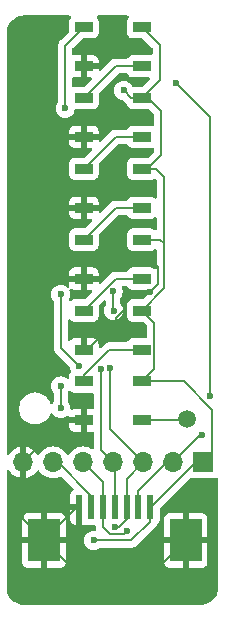
<source format=gbr>
%TF.GenerationSoftware,KiCad,Pcbnew,8.0.2*%
%TF.CreationDate,2025-03-09T15:07:13+01:00*%
%TF.ProjectId,ledPcb,6c656450-6362-42e6-9b69-6361645f7063,rev?*%
%TF.SameCoordinates,Original*%
%TF.FileFunction,Copper,L2,Bot*%
%TF.FilePolarity,Positive*%
%FSLAX46Y46*%
G04 Gerber Fmt 4.6, Leading zero omitted, Abs format (unit mm)*
G04 Created by KiCad (PCBNEW 8.0.2) date 2025-03-09 15:07:13*
%MOMM*%
%LPD*%
G01*
G04 APERTURE LIST*
%TA.AperFunction,ComponentPad*%
%ADD10R,1.700000X1.700000*%
%TD*%
%TA.AperFunction,ComponentPad*%
%ADD11O,1.700000X1.700000*%
%TD*%
%TA.AperFunction,SMDPad,CuDef*%
%ADD12C,1.500000*%
%TD*%
%TA.AperFunction,SMDPad,CuDef*%
%ADD13R,0.610000X2.000000*%
%TD*%
%TA.AperFunction,SMDPad,CuDef*%
%ADD14R,2.680000X3.600000*%
%TD*%
%TA.AperFunction,SMDPad,CuDef*%
%ADD15R,1.500000X0.900000*%
%TD*%
%TA.AperFunction,ViaPad*%
%ADD16C,0.600000*%
%TD*%
%TA.AperFunction,Conductor*%
%ADD17C,0.200000*%
%TD*%
G04 APERTURE END LIST*
D10*
%TO.P,J1,1,Pin_1*%
%TO.N,LED1{slash}VCC*%
X138176000Y-103886000D03*
D11*
%TO.P,J1,2,Pin_2*%
%TO.N,LED2*%
X135636000Y-103886000D03*
%TO.P,J1,3,Pin_3*%
%TO.N,LED3*%
X133096000Y-103886000D03*
%TO.P,J1,4,Pin_4*%
%TO.N,LED4*%
X130556000Y-103886000D03*
%TO.P,J1,5,Pin_5*%
%TO.N,LED5{slash}RX*%
X128016000Y-103886000D03*
%TO.P,J1,6,Pin_6*%
%TO.N,LED6{slash}TX*%
X125476000Y-103886000D03*
%TO.P,J1,7,Pin_7*%
%TO.N,GND*%
X122936000Y-103886000D03*
%TD*%
D12*
%TO.P,J3,1,Pin_1*%
%TO.N,Net-(D12-DOUT)*%
X136779000Y-100203000D03*
%TD*%
D13*
%TO.P,J4,1,1*%
%TO.N,LED1{slash}VCC*%
X133704000Y-107690000D03*
%TO.P,J4,2,2*%
%TO.N,LED2*%
X132704000Y-107690000D03*
%TO.P,J4,3,3*%
%TO.N,LED3*%
X131704000Y-107690000D03*
%TO.P,J4,4,4*%
%TO.N,LED4*%
X130704000Y-107690000D03*
%TO.P,J4,5,5*%
%TO.N,LED5{slash}RX*%
X129704000Y-107690000D03*
%TO.P,J4,6,6*%
%TO.N,LED6{slash}TX*%
X128704000Y-107690000D03*
%TO.P,J4,7,7*%
%TO.N,GND*%
X127704000Y-107690000D03*
D14*
%TO.P,J4,S1,SHIELD*%
X136694000Y-110490000D03*
%TO.P,J4,S2,SHIELD*%
X124714000Y-110490000D03*
%TD*%
D15*
%TO.P,D10,1,VDD*%
%TO.N,LED1{slash}VCC*%
X132969000Y-85028000D03*
%TO.P,D10,2,DOUT*%
%TO.N,Net-(D10-DOUT)*%
X132969000Y-88328000D03*
%TO.P,D10,3,VSS*%
%TO.N,GND*%
X128069000Y-88328000D03*
%TO.P,D10,4,DIN*%
%TO.N,Net-(D10-DIN)*%
X128069000Y-85028000D03*
%TD*%
%TO.P,D11,1,VDD*%
%TO.N,LED1{slash}VCC*%
X132969000Y-91028000D03*
%TO.P,D11,2,DOUT*%
%TO.N,Net-(D11-DOUT)*%
X132969000Y-94328000D03*
%TO.P,D11,3,VSS*%
%TO.N,GND*%
X128069000Y-94328000D03*
%TO.P,D11,4,DIN*%
%TO.N,Net-(D10-DOUT)*%
X128069000Y-91028000D03*
%TD*%
%TO.P,D8,1,VDD*%
%TO.N,LED1{slash}VCC*%
X132969000Y-73028000D03*
%TO.P,D8,2,DOUT*%
%TO.N,Net-(D8-DOUT)*%
X132969000Y-76328000D03*
%TO.P,D8,3,VSS*%
%TO.N,GND*%
X128069000Y-76328000D03*
%TO.P,D8,4,DIN*%
%TO.N,Net-(D7-DOUT)*%
X128069000Y-73028000D03*
%TD*%
%TO.P,D9,1,VDD*%
%TO.N,LED1{slash}VCC*%
X132969000Y-79028000D03*
%TO.P,D9,2,DOUT*%
%TO.N,Net-(D10-DIN)*%
X132969000Y-82328000D03*
%TO.P,D9,3,VSS*%
%TO.N,GND*%
X128069000Y-82328000D03*
%TO.P,D9,4,DIN*%
%TO.N,Net-(D8-DOUT)*%
X128069000Y-79028000D03*
%TD*%
%TO.P,D12,1,VDD*%
%TO.N,LED1{slash}VCC*%
X132969000Y-97028000D03*
%TO.P,D12,2,DOUT*%
%TO.N,Net-(D12-DOUT)*%
X132969000Y-100328000D03*
%TO.P,D12,3,VSS*%
%TO.N,GND*%
X128069000Y-100328000D03*
%TO.P,D12,4,DIN*%
%TO.N,Net-(D11-DOUT)*%
X128069000Y-97028000D03*
%TD*%
%TO.P,D7,1,VDD*%
%TO.N,LED1{slash}VCC*%
X132969000Y-67028000D03*
%TO.P,D7,2,DOUT*%
%TO.N,Net-(D7-DOUT)*%
X132969000Y-70328000D03*
%TO.P,D7,3,VSS*%
%TO.N,GND*%
X128069000Y-70328000D03*
%TO.P,D7,4,DIN*%
%TO.N,LED2*%
X128069000Y-67028000D03*
%TD*%
D16*
%TO.N,GND*%
X128016000Y-86741000D03*
X133672235Y-89476235D03*
X125603000Y-107442000D03*
X136398000Y-107442000D03*
X128397000Y-68453000D03*
X128397000Y-74422000D03*
%TO.N,LED2*%
X126492000Y-73914000D03*
X135890000Y-71755000D03*
X138049000Y-101600000D03*
X138754000Y-98298000D03*
%TO.N,LED1{slash}VCC*%
X128905000Y-110490000D03*
X131445000Y-72390000D03*
%TO.N,LED3*%
X130683000Y-109347000D03*
X130302000Y-95885000D03*
X130556000Y-89408000D03*
X130591002Y-91024000D03*
%TO.N,LED5{slash}RX*%
X126111000Y-97409000D03*
X126111000Y-99314000D03*
X131731000Y-109728000D03*
%TO.N,LED4*%
X127699000Y-95758000D03*
X126111000Y-89662000D03*
X129512882Y-96016520D03*
%TD*%
D17*
%TO.N,GND*%
X128069000Y-86794000D02*
X128016000Y-86741000D01*
X130804529Y-91659000D02*
X130804529Y-91892471D01*
X134366000Y-88782470D02*
X133672235Y-89476235D01*
X124714000Y-108331000D02*
X125603000Y-107442000D01*
X130804529Y-91892471D02*
X128369000Y-94328000D01*
X128069000Y-70328000D02*
X128069000Y-68781000D01*
X124714000Y-110490000D02*
X126619000Y-112395000D01*
X133731000Y-86741000D02*
X134366000Y-87376000D01*
X124714000Y-110490000D02*
X127514000Y-107690000D01*
X124714000Y-110490000D02*
X124714000Y-108331000D01*
X126494000Y-100328000D02*
X122936000Y-103886000D01*
X134789000Y-112395000D02*
X136694000Y-110490000D01*
X128069000Y-74750000D02*
X128397000Y-74422000D01*
X126619000Y-112395000D02*
X134789000Y-112395000D01*
X134366000Y-87376000D02*
X134366000Y-88782470D01*
X127514000Y-107690000D02*
X127704000Y-107690000D01*
X128016000Y-86741000D02*
X133731000Y-86741000D01*
X122936000Y-103886000D02*
X122936000Y-108712000D01*
X131572000Y-90891529D02*
X130804529Y-91659000D01*
X128069000Y-100328000D02*
X126494000Y-100328000D01*
X122936000Y-108712000D02*
X124714000Y-110490000D01*
X132392765Y-89476235D02*
X131572000Y-90297000D01*
X128069000Y-76328000D02*
X128069000Y-74750000D01*
X128069000Y-88328000D02*
X128069000Y-86794000D01*
X133672235Y-89476235D02*
X132392765Y-89476235D01*
X128069000Y-68781000D02*
X128397000Y-68453000D01*
X128369000Y-94328000D02*
X128069000Y-94328000D01*
X131572000Y-90297000D02*
X131572000Y-90891529D01*
%TO.N,LED2*%
X132704000Y-106310000D02*
X135128000Y-103886000D01*
X138754000Y-74619000D02*
X135890000Y-71755000D01*
X126492000Y-68605000D02*
X126492000Y-73914000D01*
X135636000Y-103886000D02*
X137922000Y-101600000D01*
X132704000Y-107690000D02*
X132704000Y-106310000D01*
X138754000Y-98298000D02*
X138754000Y-74619000D01*
X135128000Y-103886000D02*
X135636000Y-103886000D01*
X135636000Y-103886000D02*
X134874000Y-103886000D01*
X128069000Y-67028000D02*
X126492000Y-68605000D01*
X137922000Y-101600000D02*
X138049000Y-101600000D01*
%TO.N,Net-(D7-DOUT)*%
X130769000Y-70328000D02*
X128069000Y-73028000D01*
X132969000Y-70328000D02*
X130769000Y-70328000D01*
%TO.N,LED1{slash}VCC*%
X132969000Y-97028000D02*
X134019000Y-95978000D01*
X133480000Y-73028000D02*
X132969000Y-73028000D01*
X134019000Y-95978000D02*
X134019000Y-92078000D01*
X134019000Y-92078000D02*
X132969000Y-91028000D01*
X132969000Y-79028000D02*
X133443000Y-79028000D01*
X132969000Y-85028000D02*
X134558000Y-85028000D01*
X134874000Y-79756000D02*
X134874000Y-85471000D01*
X134493000Y-68552000D02*
X134493000Y-71504000D01*
X134620000Y-74168000D02*
X133480000Y-73028000D01*
X132969000Y-97028000D02*
X132969000Y-97228000D01*
X138938000Y-99441000D02*
X138938000Y-103124000D01*
X134874000Y-89123000D02*
X132969000Y-91028000D01*
X132969000Y-67028000D02*
X134493000Y-68552000D01*
X132104000Y-110490000D02*
X128905000Y-110490000D01*
X131445000Y-72390000D02*
X132083000Y-73028000D01*
X132969000Y-79028000D02*
X134146000Y-79028000D01*
X134620000Y-77851000D02*
X134620000Y-74168000D01*
X132969000Y-97028000D02*
X136525000Y-97028000D01*
X133704000Y-107690000D02*
X133737000Y-107690000D01*
X137541000Y-103886000D02*
X138176000Y-103886000D01*
X133443000Y-79028000D02*
X134620000Y-77851000D01*
X136525000Y-97028000D02*
X138938000Y-99441000D01*
X134874000Y-85344000D02*
X134874000Y-85471000D01*
X134146000Y-79028000D02*
X134874000Y-79756000D01*
X133704000Y-107690000D02*
X133704000Y-108890000D01*
X134874000Y-85471000D02*
X134874000Y-89123000D01*
X132083000Y-73028000D02*
X132969000Y-73028000D01*
X138938000Y-103124000D02*
X138176000Y-103886000D01*
X138176000Y-103886000D02*
X137922000Y-103886000D01*
X133737000Y-107690000D02*
X137541000Y-103886000D01*
X134558000Y-85028000D02*
X134874000Y-85344000D01*
X134493000Y-71504000D02*
X132969000Y-73028000D01*
X133704000Y-108890000D02*
X132104000Y-110490000D01*
%TO.N,Net-(D8-DOUT)*%
X132969000Y-76328000D02*
X130769000Y-76328000D01*
X130769000Y-76328000D02*
X128069000Y-79028000D01*
%TO.N,Net-(D10-DIN)*%
X132969000Y-82328000D02*
X130769000Y-82328000D01*
X130769000Y-82328000D02*
X128069000Y-85028000D01*
%TO.N,Net-(D10-DOUT)*%
X130769000Y-88328000D02*
X128069000Y-91028000D01*
X132969000Y-88328000D02*
X130769000Y-88328000D01*
%TO.N,Net-(D11-DOUT)*%
X128069000Y-96467000D02*
X128069000Y-97028000D01*
X130208000Y-94328000D02*
X128069000Y-96467000D01*
X132969000Y-94328000D02*
X130208000Y-94328000D01*
%TO.N,Net-(D12-DOUT)*%
X132969000Y-100328000D02*
X136654000Y-100328000D01*
X136654000Y-100328000D02*
X136779000Y-100203000D01*
%TO.N,LED6{slash}TX*%
X128704000Y-106733000D02*
X125857000Y-103886000D01*
X128704000Y-107690000D02*
X128704000Y-106733000D01*
X125857000Y-103886000D02*
X125476000Y-103886000D01*
%TO.N,LED3*%
X130556000Y-90988998D02*
X130591002Y-91024000D01*
X131704000Y-108707000D02*
X131704000Y-107690000D01*
X130683000Y-109347000D02*
X131064000Y-109347000D01*
X131704000Y-105278000D02*
X133096000Y-103886000D01*
X131064000Y-109347000D02*
X131704000Y-108707000D01*
X130556000Y-89408000D02*
X130556000Y-90988998D01*
X130302000Y-95885000D02*
X130302000Y-101092000D01*
X131704000Y-107690000D02*
X131704000Y-105278000D01*
X130302000Y-101092000D02*
X133096000Y-103886000D01*
%TO.N,LED5{slash}RX*%
X131477000Y-109982000D02*
X131731000Y-109728000D01*
X130302000Y-109982000D02*
X131477000Y-109982000D01*
X126111000Y-99314000D02*
X126111000Y-97409000D01*
X129704000Y-105574000D02*
X128016000Y-103886000D01*
X129704000Y-107690000D02*
X129704000Y-109384000D01*
X129704000Y-107690000D02*
X129704000Y-105574000D01*
X129704000Y-109384000D02*
X130302000Y-109982000D01*
%TO.N,LED4*%
X129540000Y-102870000D02*
X130556000Y-103886000D01*
X126111000Y-94170000D02*
X126111000Y-89662000D01*
X129512882Y-96016520D02*
X129540000Y-96043638D01*
X130556000Y-107542000D02*
X130704000Y-107690000D01*
X130704000Y-104034000D02*
X130556000Y-103886000D01*
X130704000Y-107690000D02*
X130704000Y-104034000D01*
X127699000Y-95758000D02*
X126111000Y-94170000D01*
X129540000Y-96043638D02*
X129540000Y-102870000D01*
%TD*%
%TA.AperFunction,Conductor*%
%TO.N,GND*%
G36*
X123186000Y-105216633D02*
G01*
X123399483Y-105159433D01*
X123399492Y-105159429D01*
X123613578Y-105059600D01*
X123807082Y-104924105D01*
X123974105Y-104757082D01*
X124104119Y-104571405D01*
X124158696Y-104527781D01*
X124228195Y-104520588D01*
X124290549Y-104552110D01*
X124307269Y-104571405D01*
X124437505Y-104757401D01*
X124604599Y-104924495D01*
X124701384Y-104992265D01*
X124798165Y-105060032D01*
X124798167Y-105060033D01*
X124798170Y-105060035D01*
X125012337Y-105159903D01*
X125240592Y-105221063D01*
X125417034Y-105236500D01*
X125475999Y-105241659D01*
X125476000Y-105241659D01*
X125476001Y-105241659D01*
X125534966Y-105236500D01*
X125711408Y-105221063D01*
X125939663Y-105159903D01*
X126094215Y-105087833D01*
X126163291Y-105077342D01*
X126227075Y-105105862D01*
X126234300Y-105112535D01*
X127176676Y-106054911D01*
X127210161Y-106116234D01*
X127205177Y-106185926D01*
X127163307Y-106241858D01*
X127041809Y-106332812D01*
X126955649Y-106447906D01*
X126955645Y-106447913D01*
X126905403Y-106582620D01*
X126905401Y-106582627D01*
X126899000Y-106642155D01*
X126899000Y-107440000D01*
X127774500Y-107440000D01*
X127841539Y-107459685D01*
X127887294Y-107512489D01*
X127898500Y-107564000D01*
X127898500Y-108737870D01*
X127898501Y-108737876D01*
X127904908Y-108797483D01*
X127946182Y-108908141D01*
X127954000Y-108951474D01*
X127954000Y-109190000D01*
X128056828Y-109190000D01*
X128056844Y-109189999D01*
X128116372Y-109183598D01*
X128116375Y-109183597D01*
X128159949Y-109167345D01*
X128229640Y-109162359D01*
X128246611Y-109167342D01*
X128291517Y-109184091D01*
X128351127Y-109190500D01*
X128979499Y-109190499D01*
X129046538Y-109210183D01*
X129092293Y-109262987D01*
X129103499Y-109314499D01*
X129103499Y-109463054D01*
X129103498Y-109463054D01*
X129103499Y-109463057D01*
X129123770Y-109538711D01*
X129122108Y-109608560D01*
X129082946Y-109666423D01*
X129018717Y-109693927D01*
X128990113Y-109694024D01*
X128905004Y-109684435D01*
X128904996Y-109684435D01*
X128725750Y-109704630D01*
X128725745Y-109704631D01*
X128555476Y-109764211D01*
X128402737Y-109860184D01*
X128275184Y-109987737D01*
X128179211Y-110140476D01*
X128119631Y-110310745D01*
X128119630Y-110310750D01*
X128099435Y-110489996D01*
X128099435Y-110490003D01*
X128119630Y-110669249D01*
X128119631Y-110669254D01*
X128179211Y-110839523D01*
X128275184Y-110992262D01*
X128402738Y-111119816D01*
X128555478Y-111215789D01*
X128725745Y-111275368D01*
X128725750Y-111275369D01*
X128904996Y-111295565D01*
X128905000Y-111295565D01*
X128905004Y-111295565D01*
X129084249Y-111275369D01*
X129084252Y-111275368D01*
X129084255Y-111275368D01*
X129254522Y-111215789D01*
X129407262Y-111119816D01*
X129407267Y-111119810D01*
X129410097Y-111117555D01*
X129412275Y-111116665D01*
X129413158Y-111116111D01*
X129413255Y-111116265D01*
X129474783Y-111091145D01*
X129487412Y-111090500D01*
X132017331Y-111090500D01*
X132017347Y-111090501D01*
X132024943Y-111090501D01*
X132183054Y-111090501D01*
X132183057Y-111090501D01*
X132335785Y-111049577D01*
X132385904Y-111020639D01*
X132472716Y-110970520D01*
X132584520Y-110858716D01*
X132584520Y-110858714D01*
X132594728Y-110848507D01*
X132594729Y-110848504D01*
X134184520Y-109258716D01*
X134247968Y-109148817D01*
X134281042Y-109111552D01*
X134366546Y-109047546D01*
X134452796Y-108932331D01*
X134503091Y-108797483D01*
X134509500Y-108737873D01*
X134509500Y-108642155D01*
X134854000Y-108642155D01*
X134854000Y-110240000D01*
X136444000Y-110240000D01*
X136944000Y-110240000D01*
X138534000Y-110240000D01*
X138534000Y-108642172D01*
X138533999Y-108642155D01*
X138527598Y-108582627D01*
X138527596Y-108582620D01*
X138477354Y-108447913D01*
X138477350Y-108447906D01*
X138391190Y-108332812D01*
X138391187Y-108332809D01*
X138276093Y-108246649D01*
X138276086Y-108246645D01*
X138141379Y-108196403D01*
X138141372Y-108196401D01*
X138081844Y-108190000D01*
X136944000Y-108190000D01*
X136944000Y-110240000D01*
X136444000Y-110240000D01*
X136444000Y-108190000D01*
X135306155Y-108190000D01*
X135246627Y-108196401D01*
X135246620Y-108196403D01*
X135111913Y-108246645D01*
X135111906Y-108246649D01*
X134996812Y-108332809D01*
X134996809Y-108332812D01*
X134910649Y-108447906D01*
X134910645Y-108447913D01*
X134860403Y-108582620D01*
X134860401Y-108582627D01*
X134854000Y-108642155D01*
X134509500Y-108642155D01*
X134509499Y-107818095D01*
X134529183Y-107751057D01*
X134545813Y-107730420D01*
X137036621Y-105239612D01*
X137097942Y-105206129D01*
X137167633Y-105211113D01*
X137218517Y-105230091D01*
X137218516Y-105230091D01*
X137221242Y-105230384D01*
X137278127Y-105236500D01*
X139073872Y-105236499D01*
X139133483Y-105230091D01*
X139268331Y-105179796D01*
X139268333Y-105179794D01*
X139270070Y-105178847D01*
X139272005Y-105178425D01*
X139276641Y-105176697D01*
X139276889Y-105177363D01*
X139338342Y-105163993D01*
X139403807Y-105188407D01*
X139445680Y-105244340D01*
X139453500Y-105287677D01*
X139453500Y-114438572D01*
X139453184Y-114447419D01*
X139438869Y-114647557D01*
X139436351Y-114665068D01*
X139394646Y-114856787D01*
X139389662Y-114873763D01*
X139321090Y-115057609D01*
X139313740Y-115073701D01*
X139219711Y-115245904D01*
X139210146Y-115260789D01*
X139092558Y-115417867D01*
X139080972Y-115431237D01*
X138942237Y-115569972D01*
X138928867Y-115581558D01*
X138771789Y-115699146D01*
X138756904Y-115708711D01*
X138584701Y-115802740D01*
X138568609Y-115810090D01*
X138384763Y-115878662D01*
X138367787Y-115883646D01*
X138176068Y-115925351D01*
X138158557Y-115927869D01*
X137977779Y-115940799D01*
X137958417Y-115942184D01*
X137949572Y-115942500D01*
X137880717Y-115942500D01*
X137879506Y-115942579D01*
X123035489Y-115958494D01*
X123026510Y-115958178D01*
X122826443Y-115943869D01*
X122808931Y-115941351D01*
X122617212Y-115899646D01*
X122600236Y-115894662D01*
X122416390Y-115826090D01*
X122400298Y-115818740D01*
X122228095Y-115724711D01*
X122213210Y-115715146D01*
X122198935Y-115704460D01*
X122056132Y-115597558D01*
X122042762Y-115585972D01*
X121904027Y-115447237D01*
X121892441Y-115433867D01*
X121885776Y-115424964D01*
X121774849Y-115276784D01*
X121765288Y-115261904D01*
X121671259Y-115089701D01*
X121663909Y-115073609D01*
X121597123Y-114894551D01*
X121595334Y-114889755D01*
X121590355Y-114872797D01*
X121548647Y-114681063D01*
X121546130Y-114663556D01*
X121545618Y-114656401D01*
X121531816Y-114463418D01*
X121531500Y-114454572D01*
X121531500Y-112337844D01*
X122874000Y-112337844D01*
X122880401Y-112397372D01*
X122880403Y-112397379D01*
X122930645Y-112532086D01*
X122930649Y-112532093D01*
X123016809Y-112647187D01*
X123016812Y-112647190D01*
X123131906Y-112733350D01*
X123131913Y-112733354D01*
X123266620Y-112783596D01*
X123266627Y-112783598D01*
X123326155Y-112789999D01*
X123326172Y-112790000D01*
X124464000Y-112790000D01*
X124964000Y-112790000D01*
X126101828Y-112790000D01*
X126101844Y-112789999D01*
X126161372Y-112783598D01*
X126161379Y-112783596D01*
X126296086Y-112733354D01*
X126296093Y-112733350D01*
X126411187Y-112647190D01*
X126411190Y-112647187D01*
X126497350Y-112532093D01*
X126497354Y-112532086D01*
X126547596Y-112397379D01*
X126547598Y-112397372D01*
X126553999Y-112337844D01*
X134854000Y-112337844D01*
X134860401Y-112397372D01*
X134860403Y-112397379D01*
X134910645Y-112532086D01*
X134910649Y-112532093D01*
X134996809Y-112647187D01*
X134996812Y-112647190D01*
X135111906Y-112733350D01*
X135111913Y-112733354D01*
X135246620Y-112783596D01*
X135246627Y-112783598D01*
X135306155Y-112789999D01*
X135306172Y-112790000D01*
X136444000Y-112790000D01*
X136944000Y-112790000D01*
X138081828Y-112790000D01*
X138081844Y-112789999D01*
X138141372Y-112783598D01*
X138141379Y-112783596D01*
X138276086Y-112733354D01*
X138276093Y-112733350D01*
X138391187Y-112647190D01*
X138391190Y-112647187D01*
X138477350Y-112532093D01*
X138477354Y-112532086D01*
X138527596Y-112397379D01*
X138527598Y-112397372D01*
X138533999Y-112337844D01*
X138534000Y-112337827D01*
X138534000Y-110740000D01*
X136944000Y-110740000D01*
X136944000Y-112790000D01*
X136444000Y-112790000D01*
X136444000Y-110740000D01*
X134854000Y-110740000D01*
X134854000Y-112337844D01*
X126553999Y-112337844D01*
X126554000Y-112337827D01*
X126554000Y-110740000D01*
X124964000Y-110740000D01*
X124964000Y-112790000D01*
X124464000Y-112790000D01*
X124464000Y-110740000D01*
X122874000Y-110740000D01*
X122874000Y-112337844D01*
X121531500Y-112337844D01*
X121531500Y-108642155D01*
X122874000Y-108642155D01*
X122874000Y-110240000D01*
X124464000Y-110240000D01*
X124964000Y-110240000D01*
X126554000Y-110240000D01*
X126554000Y-108737844D01*
X126899000Y-108737844D01*
X126905401Y-108797372D01*
X126905403Y-108797379D01*
X126955645Y-108932086D01*
X126955649Y-108932093D01*
X127041809Y-109047187D01*
X127041812Y-109047190D01*
X127156906Y-109133350D01*
X127156913Y-109133354D01*
X127291620Y-109183596D01*
X127291627Y-109183598D01*
X127351155Y-109189999D01*
X127351172Y-109190000D01*
X127454000Y-109190000D01*
X127454000Y-107940000D01*
X126899000Y-107940000D01*
X126899000Y-108737844D01*
X126554000Y-108737844D01*
X126554000Y-108642172D01*
X126553999Y-108642155D01*
X126547598Y-108582627D01*
X126547596Y-108582620D01*
X126497354Y-108447913D01*
X126497350Y-108447906D01*
X126411190Y-108332812D01*
X126411187Y-108332809D01*
X126296093Y-108246649D01*
X126296086Y-108246645D01*
X126161379Y-108196403D01*
X126161372Y-108196401D01*
X126101844Y-108190000D01*
X124964000Y-108190000D01*
X124964000Y-110240000D01*
X124464000Y-110240000D01*
X124464000Y-108190000D01*
X123326155Y-108190000D01*
X123266627Y-108196401D01*
X123266620Y-108196403D01*
X123131913Y-108246645D01*
X123131906Y-108246649D01*
X123016812Y-108332809D01*
X123016809Y-108332812D01*
X122930649Y-108447906D01*
X122930645Y-108447913D01*
X122880403Y-108582620D01*
X122880401Y-108582627D01*
X122874000Y-108642155D01*
X121531500Y-108642155D01*
X121531500Y-104626422D01*
X121551185Y-104559383D01*
X121603989Y-104513628D01*
X121673147Y-104503684D01*
X121736703Y-104532709D01*
X121758808Y-104559484D01*
X121759295Y-104559144D01*
X121897894Y-104757082D01*
X122064917Y-104924105D01*
X122258421Y-105059600D01*
X122472507Y-105159429D01*
X122472516Y-105159433D01*
X122686000Y-105216634D01*
X122686000Y-104319012D01*
X122743007Y-104351925D01*
X122870174Y-104386000D01*
X123001826Y-104386000D01*
X123128993Y-104351925D01*
X123186000Y-104319012D01*
X123186000Y-105216633D01*
G37*
%TD.AperFunction*%
%TA.AperFunction,Conductor*%
G36*
X126851504Y-66036595D02*
G01*
X126918519Y-66056351D01*
X126964218Y-66109204D01*
X126974087Y-66178374D01*
X126950635Y-66234906D01*
X126875204Y-66335668D01*
X126875202Y-66335671D01*
X126824908Y-66470517D01*
X126821321Y-66503887D01*
X126818501Y-66530123D01*
X126818500Y-66530135D01*
X126818500Y-67377901D01*
X126798815Y-67444940D01*
X126782181Y-67465582D01*
X126123286Y-68124478D01*
X126011482Y-68236281D01*
X126011480Y-68236283D01*
X126002323Y-68252144D01*
X125995619Y-68263757D01*
X125932423Y-68373215D01*
X125891499Y-68525943D01*
X125891499Y-68525945D01*
X125891499Y-68694046D01*
X125891500Y-68694059D01*
X125891500Y-73331587D01*
X125871815Y-73398626D01*
X125864450Y-73408896D01*
X125862186Y-73411734D01*
X125766211Y-73564476D01*
X125706631Y-73734745D01*
X125706630Y-73734750D01*
X125686435Y-73913996D01*
X125686435Y-73914003D01*
X125706630Y-74093249D01*
X125706631Y-74093254D01*
X125766211Y-74263523D01*
X125778554Y-74283166D01*
X125862184Y-74416262D01*
X125989738Y-74543816D01*
X126142478Y-74639789D01*
X126309001Y-74698058D01*
X126312745Y-74699368D01*
X126312750Y-74699369D01*
X126491996Y-74719565D01*
X126492000Y-74719565D01*
X126492004Y-74719565D01*
X126671249Y-74699369D01*
X126671252Y-74699368D01*
X126671255Y-74699368D01*
X126841522Y-74639789D01*
X126994262Y-74543816D01*
X127121816Y-74416262D01*
X127217789Y-74263522D01*
X127277368Y-74093255D01*
X127277890Y-74088617D01*
X127304955Y-74024205D01*
X127362549Y-73984648D01*
X127401111Y-73978499D01*
X128866871Y-73978499D01*
X128866872Y-73978499D01*
X128926483Y-73972091D01*
X129061331Y-73921796D01*
X129176546Y-73835546D01*
X129262796Y-73720331D01*
X129313091Y-73585483D01*
X129319500Y-73525873D01*
X129319499Y-72678096D01*
X129339183Y-72611058D01*
X129355813Y-72590421D01*
X130981417Y-70964819D01*
X131042740Y-70931334D01*
X131069098Y-70928500D01*
X131654859Y-70928500D01*
X131721898Y-70948185D01*
X131767653Y-71000989D01*
X131771030Y-71009140D01*
X131775204Y-71020331D01*
X131775205Y-71020332D01*
X131775206Y-71020335D01*
X131861452Y-71135544D01*
X131861455Y-71135547D01*
X131976664Y-71221793D01*
X131976671Y-71221797D01*
X132111517Y-71272091D01*
X132111516Y-71272091D01*
X132118444Y-71272835D01*
X132171127Y-71278500D01*
X133569903Y-71278499D01*
X133636942Y-71298184D01*
X133682697Y-71350987D01*
X133692641Y-71420146D01*
X133663616Y-71483702D01*
X133657584Y-71490180D01*
X133106583Y-72041181D01*
X133045260Y-72074666D01*
X133018902Y-72077500D01*
X132262584Y-72077500D01*
X132195545Y-72057815D01*
X132157590Y-72019472D01*
X132119378Y-71958658D01*
X132074816Y-71887738D01*
X131947262Y-71760184D01*
X131939012Y-71755000D01*
X131794523Y-71664211D01*
X131624254Y-71604631D01*
X131624249Y-71604630D01*
X131445004Y-71584435D01*
X131444996Y-71584435D01*
X131265750Y-71604630D01*
X131265745Y-71604631D01*
X131095476Y-71664211D01*
X130942737Y-71760184D01*
X130815184Y-71887737D01*
X130719211Y-72040476D01*
X130659631Y-72210745D01*
X130659630Y-72210750D01*
X130639435Y-72389996D01*
X130639435Y-72390003D01*
X130659630Y-72569249D01*
X130659631Y-72569254D01*
X130719211Y-72739523D01*
X130799249Y-72866902D01*
X130815184Y-72892262D01*
X130942738Y-73019816D01*
X131095478Y-73115789D01*
X131265745Y-73175368D01*
X131352669Y-73185161D01*
X131417080Y-73212226D01*
X131426465Y-73220700D01*
X131598139Y-73392374D01*
X131598160Y-73392397D01*
X131685985Y-73480222D01*
X131719470Y-73541545D01*
X131721594Y-73554648D01*
X131724909Y-73585483D01*
X131775202Y-73720328D01*
X131775206Y-73720335D01*
X131861452Y-73835544D01*
X131861455Y-73835547D01*
X131976664Y-73921793D01*
X131976671Y-73921797D01*
X132111517Y-73972091D01*
X132111516Y-73972091D01*
X132118444Y-73972835D01*
X132171127Y-73978500D01*
X133529902Y-73978499D01*
X133596941Y-73998184D01*
X133617583Y-74014818D01*
X133983181Y-74380416D01*
X134016666Y-74441739D01*
X134019500Y-74468097D01*
X134019500Y-75277306D01*
X133999815Y-75344345D01*
X133947011Y-75390100D01*
X133877853Y-75400044D01*
X133852168Y-75393488D01*
X133826485Y-75383909D01*
X133826483Y-75383908D01*
X133766883Y-75377501D01*
X133766881Y-75377500D01*
X133766873Y-75377500D01*
X133766864Y-75377500D01*
X132171129Y-75377500D01*
X132171123Y-75377501D01*
X132111516Y-75383908D01*
X131976671Y-75434202D01*
X131976664Y-75434206D01*
X131861455Y-75520452D01*
X131861452Y-75520455D01*
X131775206Y-75635664D01*
X131775204Y-75635668D01*
X131775204Y-75635669D01*
X131771039Y-75646834D01*
X131729171Y-75702766D01*
X131663707Y-75727184D01*
X131654859Y-75727500D01*
X130855670Y-75727500D01*
X130855654Y-75727499D01*
X130848058Y-75727499D01*
X130689943Y-75727499D01*
X130613579Y-75747961D01*
X130537214Y-75768423D01*
X130537209Y-75768426D01*
X130400290Y-75847475D01*
X130400282Y-75847481D01*
X129530681Y-76717082D01*
X129469358Y-76750567D01*
X129399666Y-76745583D01*
X129343733Y-76703711D01*
X129319316Y-76638247D01*
X129319000Y-76629401D01*
X129319000Y-76578000D01*
X128319000Y-76578000D01*
X128319000Y-77278000D01*
X128670401Y-77278000D01*
X128737440Y-77297685D01*
X128783195Y-77350489D01*
X128793139Y-77419647D01*
X128764114Y-77483203D01*
X128758082Y-77489681D01*
X128206582Y-78041181D01*
X128145259Y-78074666D01*
X128118901Y-78077500D01*
X127271129Y-78077500D01*
X127271123Y-78077501D01*
X127211516Y-78083908D01*
X127076671Y-78134202D01*
X127076664Y-78134206D01*
X126961455Y-78220452D01*
X126961452Y-78220455D01*
X126875206Y-78335664D01*
X126875202Y-78335671D01*
X126824908Y-78470517D01*
X126818501Y-78530116D01*
X126818500Y-78530135D01*
X126818500Y-79525870D01*
X126818501Y-79525876D01*
X126824908Y-79585483D01*
X126875202Y-79720328D01*
X126875206Y-79720335D01*
X126961452Y-79835544D01*
X126961455Y-79835547D01*
X127076664Y-79921793D01*
X127076671Y-79921797D01*
X127211517Y-79972091D01*
X127211516Y-79972091D01*
X127218444Y-79972835D01*
X127271127Y-79978500D01*
X128866872Y-79978499D01*
X128926483Y-79972091D01*
X129061331Y-79921796D01*
X129176546Y-79835546D01*
X129262796Y-79720331D01*
X129313091Y-79585483D01*
X129319500Y-79525873D01*
X129319499Y-78678096D01*
X129339183Y-78611058D01*
X129355813Y-78590421D01*
X130981417Y-76964819D01*
X131042740Y-76931334D01*
X131069098Y-76928500D01*
X131654859Y-76928500D01*
X131721898Y-76948185D01*
X131767653Y-77000989D01*
X131771030Y-77009140D01*
X131775204Y-77020331D01*
X131775205Y-77020332D01*
X131775206Y-77020335D01*
X131861452Y-77135544D01*
X131861455Y-77135547D01*
X131976664Y-77221793D01*
X131976671Y-77221797D01*
X132111517Y-77272091D01*
X132111516Y-77272091D01*
X132118444Y-77272835D01*
X132171127Y-77278500D01*
X133766872Y-77278499D01*
X133826483Y-77272091D01*
X133852165Y-77262511D01*
X133921856Y-77257526D01*
X133983180Y-77291010D01*
X134016666Y-77352333D01*
X134019500Y-77378693D01*
X134019500Y-77550902D01*
X133999815Y-77617941D01*
X133983181Y-77638583D01*
X133580583Y-78041181D01*
X133519260Y-78074666D01*
X133492902Y-78077500D01*
X132171129Y-78077500D01*
X132171123Y-78077501D01*
X132111516Y-78083908D01*
X131976671Y-78134202D01*
X131976664Y-78134206D01*
X131861455Y-78220452D01*
X131861452Y-78220455D01*
X131775206Y-78335664D01*
X131775202Y-78335671D01*
X131724908Y-78470517D01*
X131718501Y-78530116D01*
X131718500Y-78530135D01*
X131718500Y-79525870D01*
X131718501Y-79525876D01*
X131724908Y-79585483D01*
X131775202Y-79720328D01*
X131775206Y-79720335D01*
X131861452Y-79835544D01*
X131861455Y-79835547D01*
X131976664Y-79921793D01*
X131976671Y-79921797D01*
X132111517Y-79972091D01*
X132111516Y-79972091D01*
X132118444Y-79972835D01*
X132171127Y-79978500D01*
X133766872Y-79978499D01*
X133826483Y-79972091D01*
X133961331Y-79921796D01*
X134006408Y-79888050D01*
X134071872Y-79863633D01*
X134140145Y-79878484D01*
X134168401Y-79899636D01*
X134237181Y-79968416D01*
X134270666Y-80029739D01*
X134273500Y-80056097D01*
X134273500Y-81420171D01*
X134253815Y-81487210D01*
X134201011Y-81532965D01*
X134131853Y-81542909D01*
X134075189Y-81519438D01*
X134032138Y-81487210D01*
X133961331Y-81434204D01*
X133961329Y-81434203D01*
X133961328Y-81434202D01*
X133826482Y-81383908D01*
X133826483Y-81383908D01*
X133766883Y-81377501D01*
X133766881Y-81377500D01*
X133766873Y-81377500D01*
X133766864Y-81377500D01*
X132171129Y-81377500D01*
X132171123Y-81377501D01*
X132111516Y-81383908D01*
X131976671Y-81434202D01*
X131976664Y-81434206D01*
X131861455Y-81520452D01*
X131861452Y-81520455D01*
X131775206Y-81635664D01*
X131775204Y-81635668D01*
X131775204Y-81635669D01*
X131771039Y-81646834D01*
X131729171Y-81702766D01*
X131663707Y-81727184D01*
X131654859Y-81727500D01*
X130855670Y-81727500D01*
X130855654Y-81727499D01*
X130848058Y-81727499D01*
X130689943Y-81727499D01*
X130613579Y-81747961D01*
X130537214Y-81768423D01*
X130537209Y-81768426D01*
X130400290Y-81847475D01*
X130400282Y-81847481D01*
X129530681Y-82717082D01*
X129469358Y-82750567D01*
X129399666Y-82745583D01*
X129343733Y-82703711D01*
X129319316Y-82638247D01*
X129319000Y-82629401D01*
X129319000Y-82578000D01*
X128319000Y-82578000D01*
X128319000Y-83278000D01*
X128670401Y-83278000D01*
X128737440Y-83297685D01*
X128783195Y-83350489D01*
X128793139Y-83419647D01*
X128764114Y-83483203D01*
X128758082Y-83489681D01*
X128206582Y-84041181D01*
X128145259Y-84074666D01*
X128118901Y-84077500D01*
X127271129Y-84077500D01*
X127271123Y-84077501D01*
X127211516Y-84083908D01*
X127076671Y-84134202D01*
X127076664Y-84134206D01*
X126961455Y-84220452D01*
X126961452Y-84220455D01*
X126875206Y-84335664D01*
X126875202Y-84335671D01*
X126824908Y-84470517D01*
X126818501Y-84530116D01*
X126818500Y-84530135D01*
X126818500Y-85525870D01*
X126818501Y-85525876D01*
X126824908Y-85585483D01*
X126875202Y-85720328D01*
X126875206Y-85720335D01*
X126961452Y-85835544D01*
X126961455Y-85835547D01*
X127076664Y-85921793D01*
X127076671Y-85921797D01*
X127211517Y-85972091D01*
X127211516Y-85972091D01*
X127218444Y-85972835D01*
X127271127Y-85978500D01*
X128866872Y-85978499D01*
X128926483Y-85972091D01*
X129061331Y-85921796D01*
X129176546Y-85835546D01*
X129262796Y-85720331D01*
X129313091Y-85585483D01*
X129319500Y-85525873D01*
X129319499Y-84678096D01*
X129339183Y-84611058D01*
X129355813Y-84590421D01*
X130981417Y-82964819D01*
X131042740Y-82931334D01*
X131069098Y-82928500D01*
X131654859Y-82928500D01*
X131721898Y-82948185D01*
X131767653Y-83000989D01*
X131771030Y-83009140D01*
X131775204Y-83020331D01*
X131775205Y-83020332D01*
X131775206Y-83020335D01*
X131861452Y-83135544D01*
X131861455Y-83135547D01*
X131976664Y-83221793D01*
X131976671Y-83221797D01*
X132111517Y-83272091D01*
X132111516Y-83272091D01*
X132118444Y-83272835D01*
X132171127Y-83278500D01*
X133766872Y-83278499D01*
X133826483Y-83272091D01*
X133961331Y-83221796D01*
X134075189Y-83136562D01*
X134140653Y-83112144D01*
X134208926Y-83126995D01*
X134258332Y-83176400D01*
X134273500Y-83235828D01*
X134273500Y-84120171D01*
X134253815Y-84187210D01*
X134201011Y-84232965D01*
X134131853Y-84242909D01*
X134075189Y-84219438D01*
X134032138Y-84187210D01*
X133961331Y-84134204D01*
X133961329Y-84134203D01*
X133961328Y-84134202D01*
X133826482Y-84083908D01*
X133826483Y-84083908D01*
X133766883Y-84077501D01*
X133766881Y-84077500D01*
X133766873Y-84077500D01*
X133766864Y-84077500D01*
X132171129Y-84077500D01*
X132171123Y-84077501D01*
X132111516Y-84083908D01*
X131976671Y-84134202D01*
X131976664Y-84134206D01*
X131861455Y-84220452D01*
X131861452Y-84220455D01*
X131775206Y-84335664D01*
X131775202Y-84335671D01*
X131724908Y-84470517D01*
X131718501Y-84530116D01*
X131718500Y-84530135D01*
X131718500Y-85525870D01*
X131718501Y-85525876D01*
X131724908Y-85585483D01*
X131775202Y-85720328D01*
X131775206Y-85720335D01*
X131861452Y-85835544D01*
X131861455Y-85835547D01*
X131976664Y-85921793D01*
X131976671Y-85921797D01*
X132111517Y-85972091D01*
X132111516Y-85972091D01*
X132118444Y-85972835D01*
X132171127Y-85978500D01*
X133766872Y-85978499D01*
X133826483Y-85972091D01*
X133961331Y-85921796D01*
X134075189Y-85836562D01*
X134140653Y-85812144D01*
X134208926Y-85826995D01*
X134258332Y-85876400D01*
X134273500Y-85935828D01*
X134273500Y-87420171D01*
X134253815Y-87487210D01*
X134201011Y-87532965D01*
X134131853Y-87542909D01*
X134075189Y-87519438D01*
X134032138Y-87487210D01*
X133961331Y-87434204D01*
X133961329Y-87434203D01*
X133961328Y-87434202D01*
X133826482Y-87383908D01*
X133826483Y-87383908D01*
X133766883Y-87377501D01*
X133766881Y-87377500D01*
X133766873Y-87377500D01*
X133766864Y-87377500D01*
X132171129Y-87377500D01*
X132171123Y-87377501D01*
X132111516Y-87383908D01*
X131976671Y-87434202D01*
X131976664Y-87434206D01*
X131861455Y-87520452D01*
X131861452Y-87520455D01*
X131775206Y-87635664D01*
X131775204Y-87635668D01*
X131775204Y-87635669D01*
X131771039Y-87646834D01*
X131729171Y-87702766D01*
X131663707Y-87727184D01*
X131654859Y-87727500D01*
X130855670Y-87727500D01*
X130855654Y-87727499D01*
X130848058Y-87727499D01*
X130689943Y-87727499D01*
X130613579Y-87747961D01*
X130537214Y-87768423D01*
X130537209Y-87768426D01*
X130400290Y-87847475D01*
X130400282Y-87847481D01*
X129530681Y-88717082D01*
X129469358Y-88750567D01*
X129399666Y-88745583D01*
X129343733Y-88703711D01*
X129319316Y-88638247D01*
X129319000Y-88629401D01*
X129319000Y-88578000D01*
X128319000Y-88578000D01*
X128319000Y-89278000D01*
X128670401Y-89278000D01*
X128737440Y-89297685D01*
X128783195Y-89350489D01*
X128793139Y-89419647D01*
X128764114Y-89483203D01*
X128758082Y-89489681D01*
X128206582Y-90041181D01*
X128145259Y-90074666D01*
X128118901Y-90077500D01*
X127271129Y-90077500D01*
X127271123Y-90077501D01*
X127211516Y-90083908D01*
X127076671Y-90134202D01*
X127076668Y-90134204D01*
X127012784Y-90182028D01*
X126947319Y-90206445D01*
X126879046Y-90191593D01*
X126829641Y-90142188D01*
X126814789Y-90073915D01*
X126833483Y-90016783D01*
X126836789Y-90011522D01*
X126896368Y-89841255D01*
X126896369Y-89841249D01*
X126916565Y-89662003D01*
X126916565Y-89661996D01*
X126896369Y-89482750D01*
X126896367Y-89482742D01*
X126842757Y-89329532D01*
X126839196Y-89259754D01*
X126873925Y-89199126D01*
X126935918Y-89166899D01*
X127005494Y-89173304D01*
X127034111Y-89189312D01*
X127076910Y-89221352D01*
X127076913Y-89221354D01*
X127211620Y-89271596D01*
X127211627Y-89271598D01*
X127271155Y-89277999D01*
X127271172Y-89278000D01*
X127819000Y-89278000D01*
X127819000Y-88578000D01*
X126819000Y-88578000D01*
X126819000Y-88825844D01*
X126825401Y-88885372D01*
X126825404Y-88885383D01*
X126839719Y-88923765D01*
X126844703Y-88993457D01*
X126811217Y-89054780D01*
X126749893Y-89088264D01*
X126680202Y-89083278D01*
X126635856Y-89054778D01*
X126613262Y-89032184D01*
X126460523Y-88936211D01*
X126290254Y-88876631D01*
X126290249Y-88876630D01*
X126111004Y-88856435D01*
X126110996Y-88856435D01*
X125931750Y-88876630D01*
X125931745Y-88876631D01*
X125761476Y-88936211D01*
X125608737Y-89032184D01*
X125481184Y-89159737D01*
X125385211Y-89312476D01*
X125325631Y-89482745D01*
X125325630Y-89482750D01*
X125305435Y-89661996D01*
X125305435Y-89662003D01*
X125325630Y-89841249D01*
X125325631Y-89841254D01*
X125385211Y-90011523D01*
X125481185Y-90164263D01*
X125483445Y-90167097D01*
X125484334Y-90169275D01*
X125484889Y-90170158D01*
X125484734Y-90170255D01*
X125509855Y-90231783D01*
X125510500Y-90244412D01*
X125510500Y-94083330D01*
X125510499Y-94083348D01*
X125510499Y-94249054D01*
X125510498Y-94249054D01*
X125551423Y-94401786D01*
X125554461Y-94407046D01*
X125554464Y-94407058D01*
X125554467Y-94407057D01*
X125630477Y-94538712D01*
X125630481Y-94538717D01*
X125749349Y-94657585D01*
X125749355Y-94657590D01*
X126868298Y-95776533D01*
X126901783Y-95837856D01*
X126903837Y-95850330D01*
X126913630Y-95937249D01*
X126974571Y-96111410D01*
X126978132Y-96181189D01*
X126956796Y-96226674D01*
X126875206Y-96335665D01*
X126875202Y-96335671D01*
X126824908Y-96470517D01*
X126818501Y-96530116D01*
X126818500Y-96530135D01*
X126818500Y-96685367D01*
X126798815Y-96752406D01*
X126746011Y-96798161D01*
X126676853Y-96808105D01*
X126617189Y-96782316D01*
X126613264Y-96779186D01*
X126613262Y-96779184D01*
X126568961Y-96751348D01*
X126460523Y-96683211D01*
X126290254Y-96623631D01*
X126290249Y-96623630D01*
X126111004Y-96603435D01*
X126110996Y-96603435D01*
X125931750Y-96623630D01*
X125931745Y-96623631D01*
X125761476Y-96683211D01*
X125608737Y-96779184D01*
X125481184Y-96906737D01*
X125385211Y-97059476D01*
X125325631Y-97229745D01*
X125325630Y-97229750D01*
X125305435Y-97408996D01*
X125305435Y-97409003D01*
X125325630Y-97588249D01*
X125325631Y-97588254D01*
X125385211Y-97758523D01*
X125430269Y-97830232D01*
X125478279Y-97906639D01*
X125481185Y-97911263D01*
X125483445Y-97914097D01*
X125484334Y-97916275D01*
X125484889Y-97917158D01*
X125484734Y-97917255D01*
X125509855Y-97978783D01*
X125510500Y-97991412D01*
X125510500Y-98731587D01*
X125490815Y-98798626D01*
X125483450Y-98808896D01*
X125481184Y-98811737D01*
X125442662Y-98873044D01*
X125390327Y-98919335D01*
X125321274Y-98929982D01*
X125257426Y-98901607D01*
X125219738Y-98845389D01*
X125208804Y-98811738D01*
X125203557Y-98795588D01*
X125107051Y-98606184D01*
X125107049Y-98606181D01*
X125107048Y-98606179D01*
X124982109Y-98434213D01*
X124831786Y-98283890D01*
X124659820Y-98158951D01*
X124470414Y-98062444D01*
X124470413Y-98062443D01*
X124470412Y-98062443D01*
X124268243Y-97996754D01*
X124268241Y-97996753D01*
X124268240Y-97996753D01*
X124106957Y-97971208D01*
X124058287Y-97963500D01*
X123845713Y-97963500D01*
X123797042Y-97971208D01*
X123635760Y-97996753D01*
X123433585Y-98062444D01*
X123244179Y-98158951D01*
X123072213Y-98283890D01*
X122921890Y-98434213D01*
X122796951Y-98606179D01*
X122700444Y-98795585D01*
X122634753Y-98997760D01*
X122601500Y-99207713D01*
X122601500Y-99420286D01*
X122626061Y-99575362D01*
X122634754Y-99630243D01*
X122699703Y-99830135D01*
X122700444Y-99832414D01*
X122796951Y-100021820D01*
X122921890Y-100193786D01*
X123072213Y-100344109D01*
X123244179Y-100469048D01*
X123244181Y-100469049D01*
X123244184Y-100469051D01*
X123433588Y-100565557D01*
X123635757Y-100631246D01*
X123845713Y-100664500D01*
X123845714Y-100664500D01*
X124058286Y-100664500D01*
X124058287Y-100664500D01*
X124268243Y-100631246D01*
X124470412Y-100565557D01*
X124659816Y-100469051D01*
X124725985Y-100420977D01*
X124831786Y-100344109D01*
X124831788Y-100344106D01*
X124831792Y-100344104D01*
X124982104Y-100193792D01*
X124982106Y-100193788D01*
X124982109Y-100193786D01*
X125107048Y-100021820D01*
X125107047Y-100021820D01*
X125107051Y-100021816D01*
X125203557Y-99832412D01*
X125219738Y-99782609D01*
X125259175Y-99724935D01*
X125323533Y-99697736D01*
X125392380Y-99709650D01*
X125442662Y-99754955D01*
X125481184Y-99816262D01*
X125608738Y-99943816D01*
X125674320Y-99985024D01*
X125732880Y-100021820D01*
X125761478Y-100039789D01*
X125870679Y-100078000D01*
X125931745Y-100099368D01*
X125931750Y-100099369D01*
X126110996Y-100119565D01*
X126111000Y-100119565D01*
X126111004Y-100119565D01*
X126290249Y-100099369D01*
X126290252Y-100099368D01*
X126290255Y-100099368D01*
X126460522Y-100039789D01*
X126613262Y-99943816D01*
X126613268Y-99943809D01*
X126617682Y-99940290D01*
X126682367Y-99913878D01*
X126751063Y-99926630D01*
X126801959Y-99974498D01*
X126819000Y-100037233D01*
X126819000Y-100078000D01*
X127819000Y-100078000D01*
X127819000Y-99378000D01*
X127271155Y-99378000D01*
X127211627Y-99384401D01*
X127211619Y-99384403D01*
X127083898Y-99432040D01*
X127014206Y-99437024D01*
X126952883Y-99403539D01*
X126919399Y-99342215D01*
X126916565Y-99315858D01*
X126916565Y-99313996D01*
X126896369Y-99134750D01*
X126896368Y-99134745D01*
X126889773Y-99115898D01*
X126836789Y-98964478D01*
X126740816Y-98811738D01*
X126740814Y-98811736D01*
X126740813Y-98811734D01*
X126738550Y-98808896D01*
X126737659Y-98806715D01*
X126737111Y-98805842D01*
X126737264Y-98805745D01*
X126712144Y-98744209D01*
X126711500Y-98731587D01*
X126711500Y-97991412D01*
X126731185Y-97924373D01*
X126738555Y-97914097D01*
X126740815Y-97911263D01*
X126740816Y-97911262D01*
X126772446Y-97860922D01*
X126824780Y-97814631D01*
X126893834Y-97803982D01*
X126953991Y-97830717D01*
X126954355Y-97830232D01*
X126956480Y-97831822D01*
X126957682Y-97832357D01*
X126959795Y-97834304D01*
X127076664Y-97921793D01*
X127076671Y-97921797D01*
X127211517Y-97972091D01*
X127211516Y-97972091D01*
X127218444Y-97972835D01*
X127271127Y-97978500D01*
X128815500Y-97978499D01*
X128882539Y-97998184D01*
X128928294Y-98050987D01*
X128939500Y-98102499D01*
X128939500Y-99254000D01*
X128919815Y-99321039D01*
X128867011Y-99366794D01*
X128815500Y-99378000D01*
X128319000Y-99378000D01*
X128319000Y-101278000D01*
X128815500Y-101278000D01*
X128882539Y-101297685D01*
X128928294Y-101350489D01*
X128939500Y-101402000D01*
X128939500Y-102645783D01*
X128919815Y-102712822D01*
X128867011Y-102758577D01*
X128797853Y-102768521D01*
X128744377Y-102747358D01*
X128693834Y-102711967D01*
X128693830Y-102711965D01*
X128693828Y-102711964D01*
X128479663Y-102612097D01*
X128479659Y-102612096D01*
X128479655Y-102612094D01*
X128251413Y-102550938D01*
X128251403Y-102550936D01*
X128016001Y-102530341D01*
X128015999Y-102530341D01*
X127780596Y-102550936D01*
X127780586Y-102550938D01*
X127552344Y-102612094D01*
X127552335Y-102612098D01*
X127338171Y-102711964D01*
X127338169Y-102711965D01*
X127144597Y-102847505D01*
X126977505Y-103014597D01*
X126847575Y-103200158D01*
X126792998Y-103243783D01*
X126723500Y-103250977D01*
X126661145Y-103219454D01*
X126644425Y-103200158D01*
X126514494Y-103014597D01*
X126347402Y-102847506D01*
X126347395Y-102847501D01*
X126153834Y-102711967D01*
X126153830Y-102711965D01*
X126153828Y-102711964D01*
X125939663Y-102612097D01*
X125939659Y-102612096D01*
X125939655Y-102612094D01*
X125711413Y-102550938D01*
X125711403Y-102550936D01*
X125476001Y-102530341D01*
X125475999Y-102530341D01*
X125240596Y-102550936D01*
X125240586Y-102550938D01*
X125012344Y-102612094D01*
X125012335Y-102612098D01*
X124798171Y-102711964D01*
X124798169Y-102711965D01*
X124604597Y-102847505D01*
X124437508Y-103014594D01*
X124307269Y-103200595D01*
X124252692Y-103244219D01*
X124183193Y-103251412D01*
X124120839Y-103219890D01*
X124104119Y-103200594D01*
X123974113Y-103014926D01*
X123974108Y-103014920D01*
X123807082Y-102847894D01*
X123613578Y-102712399D01*
X123399492Y-102612570D01*
X123399486Y-102612567D01*
X123186000Y-102555364D01*
X123186000Y-103452988D01*
X123128993Y-103420075D01*
X123001826Y-103386000D01*
X122870174Y-103386000D01*
X122743007Y-103420075D01*
X122686000Y-103452988D01*
X122686000Y-102555364D01*
X122685999Y-102555364D01*
X122472513Y-102612567D01*
X122472507Y-102612570D01*
X122258422Y-102712399D01*
X122258420Y-102712400D01*
X122064926Y-102847886D01*
X122064920Y-102847891D01*
X121897891Y-103014920D01*
X121897886Y-103014926D01*
X121759295Y-103212856D01*
X121758175Y-103212071D01*
X121712318Y-103255795D01*
X121643711Y-103269016D01*
X121578847Y-103243047D01*
X121538319Y-103186132D01*
X121531500Y-103145578D01*
X121531500Y-100825844D01*
X126819000Y-100825844D01*
X126825401Y-100885372D01*
X126825403Y-100885379D01*
X126875645Y-101020086D01*
X126875649Y-101020093D01*
X126961809Y-101135187D01*
X126961812Y-101135190D01*
X127076906Y-101221350D01*
X127076913Y-101221354D01*
X127211620Y-101271596D01*
X127211627Y-101271598D01*
X127271155Y-101277999D01*
X127271172Y-101278000D01*
X127819000Y-101278000D01*
X127819000Y-100578000D01*
X126819000Y-100578000D01*
X126819000Y-100825844D01*
X121531500Y-100825844D01*
X121531500Y-87830155D01*
X126819000Y-87830155D01*
X126819000Y-88078000D01*
X127819000Y-88078000D01*
X128319000Y-88078000D01*
X129319000Y-88078000D01*
X129319000Y-87830172D01*
X129318999Y-87830155D01*
X129312598Y-87770627D01*
X129312596Y-87770620D01*
X129262354Y-87635913D01*
X129262350Y-87635906D01*
X129176190Y-87520812D01*
X129176187Y-87520809D01*
X129061093Y-87434649D01*
X129061086Y-87434645D01*
X128926379Y-87384403D01*
X128926372Y-87384401D01*
X128866844Y-87378000D01*
X128319000Y-87378000D01*
X128319000Y-88078000D01*
X127819000Y-88078000D01*
X127819000Y-87378000D01*
X127271155Y-87378000D01*
X127211627Y-87384401D01*
X127211620Y-87384403D01*
X127076913Y-87434645D01*
X127076906Y-87434649D01*
X126961812Y-87520809D01*
X126961809Y-87520812D01*
X126875649Y-87635906D01*
X126875645Y-87635913D01*
X126825403Y-87770620D01*
X126825401Y-87770627D01*
X126819000Y-87830155D01*
X121531500Y-87830155D01*
X121531500Y-82825844D01*
X126819000Y-82825844D01*
X126825401Y-82885372D01*
X126825403Y-82885379D01*
X126875645Y-83020086D01*
X126875649Y-83020093D01*
X126961809Y-83135187D01*
X126961812Y-83135190D01*
X127076906Y-83221350D01*
X127076913Y-83221354D01*
X127211620Y-83271596D01*
X127211627Y-83271598D01*
X127271155Y-83277999D01*
X127271172Y-83278000D01*
X127819000Y-83278000D01*
X127819000Y-82578000D01*
X126819000Y-82578000D01*
X126819000Y-82825844D01*
X121531500Y-82825844D01*
X121531500Y-81830155D01*
X126819000Y-81830155D01*
X126819000Y-82078000D01*
X127819000Y-82078000D01*
X128319000Y-82078000D01*
X129319000Y-82078000D01*
X129319000Y-81830172D01*
X129318999Y-81830155D01*
X129312598Y-81770627D01*
X129312596Y-81770620D01*
X129262354Y-81635913D01*
X129262350Y-81635906D01*
X129176190Y-81520812D01*
X129176187Y-81520809D01*
X129061093Y-81434649D01*
X129061086Y-81434645D01*
X128926379Y-81384403D01*
X128926372Y-81384401D01*
X128866844Y-81378000D01*
X128319000Y-81378000D01*
X128319000Y-82078000D01*
X127819000Y-82078000D01*
X127819000Y-81378000D01*
X127271155Y-81378000D01*
X127211627Y-81384401D01*
X127211620Y-81384403D01*
X127076913Y-81434645D01*
X127076906Y-81434649D01*
X126961812Y-81520809D01*
X126961809Y-81520812D01*
X126875649Y-81635906D01*
X126875645Y-81635913D01*
X126825403Y-81770620D01*
X126825401Y-81770627D01*
X126819000Y-81830155D01*
X121531500Y-81830155D01*
X121531500Y-76825844D01*
X126819000Y-76825844D01*
X126825401Y-76885372D01*
X126825403Y-76885379D01*
X126875645Y-77020086D01*
X126875649Y-77020093D01*
X126961809Y-77135187D01*
X126961812Y-77135190D01*
X127076906Y-77221350D01*
X127076913Y-77221354D01*
X127211620Y-77271596D01*
X127211627Y-77271598D01*
X127271155Y-77277999D01*
X127271172Y-77278000D01*
X127819000Y-77278000D01*
X127819000Y-76578000D01*
X126819000Y-76578000D01*
X126819000Y-76825844D01*
X121531500Y-76825844D01*
X121531500Y-75830155D01*
X126819000Y-75830155D01*
X126819000Y-76078000D01*
X127819000Y-76078000D01*
X128319000Y-76078000D01*
X129319000Y-76078000D01*
X129319000Y-75830172D01*
X129318999Y-75830155D01*
X129312598Y-75770627D01*
X129312596Y-75770620D01*
X129262354Y-75635913D01*
X129262350Y-75635906D01*
X129176190Y-75520812D01*
X129176187Y-75520809D01*
X129061093Y-75434649D01*
X129061086Y-75434645D01*
X128926379Y-75384403D01*
X128926372Y-75384401D01*
X128866844Y-75378000D01*
X128319000Y-75378000D01*
X128319000Y-76078000D01*
X127819000Y-76078000D01*
X127819000Y-75378000D01*
X127271155Y-75378000D01*
X127211627Y-75384401D01*
X127211620Y-75384403D01*
X127076913Y-75434645D01*
X127076906Y-75434649D01*
X126961812Y-75520809D01*
X126961809Y-75520812D01*
X126875649Y-75635906D01*
X126875645Y-75635913D01*
X126825403Y-75770620D01*
X126825401Y-75770627D01*
X126819000Y-75830155D01*
X121531500Y-75830155D01*
X121531500Y-67536427D01*
X121531816Y-67527581D01*
X121546130Y-67327436D01*
X121548646Y-67309938D01*
X121590356Y-67118199D01*
X121595333Y-67101248D01*
X121663911Y-66917385D01*
X121671259Y-66901298D01*
X121765291Y-66729089D01*
X121774845Y-66714221D01*
X121892448Y-66557123D01*
X121904020Y-66543769D01*
X122042769Y-66405020D01*
X122056123Y-66393448D01*
X122213221Y-66275845D01*
X122228089Y-66266291D01*
X122400298Y-66172258D01*
X122416385Y-66164911D01*
X122600248Y-66096333D01*
X122617199Y-66091356D01*
X122808938Y-66049646D01*
X122826434Y-66047131D01*
X123026534Y-66032819D01*
X123035466Y-66032504D01*
X126851504Y-66036595D01*
G37*
%TD.AperFunction*%
%TA.AperFunction,Conductor*%
G36*
X131721898Y-88948185D02*
G01*
X131767653Y-89000989D01*
X131771030Y-89009140D01*
X131775204Y-89020331D01*
X131775205Y-89020332D01*
X131775206Y-89020335D01*
X131861452Y-89135544D01*
X131861455Y-89135547D01*
X131976664Y-89221793D01*
X131976671Y-89221797D01*
X132111517Y-89272091D01*
X132111516Y-89272091D01*
X132118444Y-89272835D01*
X132171127Y-89278500D01*
X133569902Y-89278499D01*
X133636941Y-89298184D01*
X133682696Y-89350987D01*
X133692640Y-89420146D01*
X133663615Y-89483702D01*
X133657583Y-89490180D01*
X133106582Y-90041181D01*
X133045259Y-90074666D01*
X133018901Y-90077500D01*
X132171129Y-90077500D01*
X132171123Y-90077501D01*
X132111516Y-90083908D01*
X131976671Y-90134202D01*
X131976664Y-90134206D01*
X131861455Y-90220452D01*
X131861452Y-90220455D01*
X131775206Y-90335664D01*
X131775202Y-90335671D01*
X131724908Y-90470517D01*
X131718501Y-90530116D01*
X131718500Y-90530135D01*
X131718500Y-91525870D01*
X131718501Y-91525876D01*
X131724908Y-91585483D01*
X131775202Y-91720328D01*
X131775206Y-91720335D01*
X131861452Y-91835544D01*
X131861455Y-91835547D01*
X131976664Y-91921793D01*
X131976671Y-91921797D01*
X132111517Y-91972091D01*
X132111516Y-91972091D01*
X132118444Y-91972835D01*
X132171127Y-91978500D01*
X133018902Y-91978499D01*
X133085941Y-91998183D01*
X133106583Y-92014818D01*
X133382181Y-92290416D01*
X133415666Y-92351739D01*
X133418500Y-92378097D01*
X133418500Y-93253500D01*
X133398815Y-93320539D01*
X133346011Y-93366294D01*
X133294500Y-93377500D01*
X132171129Y-93377500D01*
X132171123Y-93377501D01*
X132111516Y-93383908D01*
X131976671Y-93434202D01*
X131976664Y-93434206D01*
X131861455Y-93520452D01*
X131861452Y-93520455D01*
X131775206Y-93635664D01*
X131775204Y-93635668D01*
X131775204Y-93635669D01*
X131771039Y-93646834D01*
X131729171Y-93702766D01*
X131663707Y-93727184D01*
X131654859Y-93727500D01*
X130294670Y-93727500D01*
X130294654Y-93727499D01*
X130287058Y-93727499D01*
X130128943Y-93727499D01*
X130021587Y-93756265D01*
X129976210Y-93768424D01*
X129976209Y-93768425D01*
X129926096Y-93797359D01*
X129926095Y-93797360D01*
X129882689Y-93822420D01*
X129839285Y-93847479D01*
X129839282Y-93847481D01*
X129530681Y-94156083D01*
X129469358Y-94189568D01*
X129399666Y-94184584D01*
X129343733Y-94142712D01*
X129319316Y-94077248D01*
X129319000Y-94068402D01*
X129319000Y-93830172D01*
X129318999Y-93830155D01*
X129312598Y-93770627D01*
X129312596Y-93770620D01*
X129262354Y-93635913D01*
X129262350Y-93635906D01*
X129176190Y-93520812D01*
X129176187Y-93520809D01*
X129061093Y-93434649D01*
X129061086Y-93434645D01*
X128926379Y-93384403D01*
X128926372Y-93384401D01*
X128866844Y-93378000D01*
X128319000Y-93378000D01*
X128319000Y-94454000D01*
X128299315Y-94521039D01*
X128246511Y-94566794D01*
X128195000Y-94578000D01*
X127943000Y-94578000D01*
X127875961Y-94558315D01*
X127830206Y-94505511D01*
X127819000Y-94454000D01*
X127819000Y-93378000D01*
X127271155Y-93378000D01*
X127211627Y-93384401D01*
X127211620Y-93384403D01*
X127076913Y-93434645D01*
X127076906Y-93434649D01*
X126961812Y-93520809D01*
X126934766Y-93556938D01*
X126878832Y-93598809D01*
X126809140Y-93603792D01*
X126747817Y-93570306D01*
X126714333Y-93508982D01*
X126711500Y-93482626D01*
X126711500Y-91874207D01*
X126731185Y-91807168D01*
X126783989Y-91761413D01*
X126853147Y-91751469D01*
X126916703Y-91780494D01*
X126934763Y-91799892D01*
X126961454Y-91835546D01*
X126975706Y-91846215D01*
X127076664Y-91921793D01*
X127076671Y-91921797D01*
X127211517Y-91972091D01*
X127211516Y-91972091D01*
X127218444Y-91972835D01*
X127271127Y-91978500D01*
X128866872Y-91978499D01*
X128926483Y-91972091D01*
X129061331Y-91921796D01*
X129176546Y-91835546D01*
X129262796Y-91720331D01*
X129313091Y-91585483D01*
X129319500Y-91525873D01*
X129319499Y-90678096D01*
X129339183Y-90611058D01*
X129355813Y-90590421D01*
X129743819Y-90202416D01*
X129805142Y-90168931D01*
X129874834Y-90173915D01*
X129930767Y-90215787D01*
X129955184Y-90281251D01*
X129955500Y-90290097D01*
X129955500Y-90495062D01*
X129936494Y-90561034D01*
X129865213Y-90674476D01*
X129805633Y-90844745D01*
X129805632Y-90844750D01*
X129785437Y-91023996D01*
X129785437Y-91024003D01*
X129805632Y-91203249D01*
X129805633Y-91203254D01*
X129865213Y-91373523D01*
X129900238Y-91429264D01*
X129961186Y-91526262D01*
X130088740Y-91653816D01*
X130177017Y-91709284D01*
X130241476Y-91749787D01*
X130241480Y-91749789D01*
X130329230Y-91780494D01*
X130411747Y-91809368D01*
X130411752Y-91809369D01*
X130590998Y-91829565D01*
X130591002Y-91829565D01*
X130591006Y-91829565D01*
X130770251Y-91809369D01*
X130770254Y-91809368D01*
X130770257Y-91809368D01*
X130940524Y-91749789D01*
X131093264Y-91653816D01*
X131220818Y-91526262D01*
X131316791Y-91373522D01*
X131376370Y-91203255D01*
X131396567Y-91024000D01*
X131376370Y-90844745D01*
X131316791Y-90674478D01*
X131220818Y-90521738D01*
X131192819Y-90493739D01*
X131159334Y-90432416D01*
X131156500Y-90406058D01*
X131156500Y-89990412D01*
X131176185Y-89923373D01*
X131183555Y-89913097D01*
X131185810Y-89910267D01*
X131185816Y-89910262D01*
X131281789Y-89757522D01*
X131341368Y-89587255D01*
X131353143Y-89482750D01*
X131361565Y-89408003D01*
X131361565Y-89407996D01*
X131341369Y-89228750D01*
X131341368Y-89228745D01*
X131294028Y-89093455D01*
X131290467Y-89023676D01*
X131325196Y-88963048D01*
X131387189Y-88930821D01*
X131411070Y-88928500D01*
X131654859Y-88928500D01*
X131721898Y-88948185D01*
G37*
%TD.AperFunction*%
%TA.AperFunction,Conductor*%
G36*
X131747571Y-66041845D02*
G01*
X131814589Y-66061602D01*
X131860288Y-66114455D01*
X131870157Y-66183624D01*
X131846705Y-66240156D01*
X131775204Y-66335669D01*
X131775202Y-66335671D01*
X131724908Y-66470517D01*
X131721321Y-66503887D01*
X131718501Y-66530123D01*
X131718500Y-66530135D01*
X131718500Y-67525870D01*
X131718501Y-67525876D01*
X131724908Y-67585483D01*
X131775202Y-67720328D01*
X131775206Y-67720335D01*
X131861452Y-67835544D01*
X131861455Y-67835547D01*
X131976664Y-67921793D01*
X131976671Y-67921797D01*
X132111517Y-67972091D01*
X132111516Y-67972091D01*
X132118444Y-67972835D01*
X132171127Y-67978500D01*
X133018902Y-67978499D01*
X133085941Y-67998183D01*
X133106583Y-68014818D01*
X133856181Y-68764416D01*
X133889666Y-68825739D01*
X133892500Y-68852097D01*
X133892500Y-69253500D01*
X133872815Y-69320539D01*
X133820011Y-69366294D01*
X133768500Y-69377500D01*
X132171129Y-69377500D01*
X132171123Y-69377501D01*
X132111516Y-69383908D01*
X131976671Y-69434202D01*
X131976664Y-69434206D01*
X131861455Y-69520452D01*
X131861452Y-69520455D01*
X131775206Y-69635664D01*
X131775204Y-69635668D01*
X131775204Y-69635669D01*
X131771039Y-69646834D01*
X131729171Y-69702766D01*
X131663707Y-69727184D01*
X131654859Y-69727500D01*
X130855670Y-69727500D01*
X130855654Y-69727499D01*
X130848058Y-69727499D01*
X130689943Y-69727499D01*
X130613579Y-69747961D01*
X130537214Y-69768423D01*
X130537209Y-69768426D01*
X130400290Y-69847475D01*
X130400282Y-69847481D01*
X129530681Y-70717082D01*
X129469358Y-70750567D01*
X129399666Y-70745583D01*
X129343733Y-70703711D01*
X129319316Y-70638247D01*
X129319000Y-70629401D01*
X129319000Y-70578000D01*
X128319000Y-70578000D01*
X128319000Y-71278000D01*
X128670401Y-71278000D01*
X128737440Y-71297685D01*
X128783195Y-71350489D01*
X128793139Y-71419647D01*
X128764114Y-71483203D01*
X128758082Y-71489681D01*
X128206582Y-72041181D01*
X128145259Y-72074666D01*
X128118901Y-72077500D01*
X127271129Y-72077500D01*
X127271120Y-72077501D01*
X127229752Y-72081948D01*
X127160993Y-72069540D01*
X127109857Y-72021929D01*
X127092500Y-71958658D01*
X127092500Y-71396836D01*
X127112185Y-71329797D01*
X127164989Y-71284042D01*
X127229758Y-71273547D01*
X127271160Y-71277999D01*
X127271172Y-71278000D01*
X127819000Y-71278000D01*
X127819000Y-70078000D01*
X128319000Y-70078000D01*
X129319000Y-70078000D01*
X129319000Y-69830172D01*
X129318999Y-69830155D01*
X129312598Y-69770627D01*
X129312596Y-69770620D01*
X129262354Y-69635913D01*
X129262350Y-69635906D01*
X129176190Y-69520812D01*
X129176187Y-69520809D01*
X129061093Y-69434649D01*
X129061086Y-69434645D01*
X128926379Y-69384403D01*
X128926372Y-69384401D01*
X128866844Y-69378000D01*
X128319000Y-69378000D01*
X128319000Y-70078000D01*
X127819000Y-70078000D01*
X127819000Y-69378000D01*
X127271155Y-69378000D01*
X127229756Y-69382452D01*
X127160996Y-69370047D01*
X127109859Y-69322437D01*
X127092500Y-69259163D01*
X127092500Y-68905097D01*
X127112185Y-68838058D01*
X127128819Y-68817416D01*
X127931417Y-68014818D01*
X127992740Y-67981333D01*
X128019098Y-67978499D01*
X128866871Y-67978499D01*
X128866872Y-67978499D01*
X128926483Y-67972091D01*
X129061331Y-67921796D01*
X129176546Y-67835546D01*
X129262796Y-67720331D01*
X129313091Y-67585483D01*
X129319500Y-67525873D01*
X129319499Y-66530128D01*
X129313091Y-66470517D01*
X129294632Y-66421027D01*
X129262797Y-66335671D01*
X129262795Y-66335668D01*
X129222835Y-66282288D01*
X129189320Y-66237518D01*
X129164903Y-66172055D01*
X129179754Y-66103782D01*
X129229159Y-66054376D01*
X129288716Y-66039208D01*
X131747571Y-66041845D01*
G37*
%TD.AperFunction*%
%TD*%
M02*

</source>
